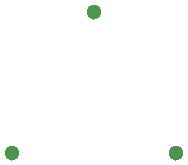
<source format=gts>
G04 #@! TF.GenerationSoftware,KiCad,Pcbnew,(5.1.7)-1*
G04 #@! TF.CreationDate,2022-06-07T00:49:30+02:00*
G04 #@! TF.ProjectId,Kondensator-Adapter-16mm-Spacer,4b6f6e64-656e-4736-9174-6f722d416461,rev?*
G04 #@! TF.SameCoordinates,Original*
G04 #@! TF.FileFunction,Soldermask,Top*
G04 #@! TF.FilePolarity,Negative*
%FSLAX46Y46*%
G04 Gerber Fmt 4.6, Leading zero omitted, Abs format (unit mm)*
G04 Created by KiCad (PCBNEW (5.1.7)-1) date 2022-06-07 00:49:30*
%MOMM*%
%LPD*%
G01*
G04 APERTURE LIST*
%ADD10C,1.300000*%
G04 APERTURE END LIST*
D10*
X179727066Y-42661675D03*
X172798862Y-30661674D03*
X165870658Y-42661674D03*
M02*

</source>
